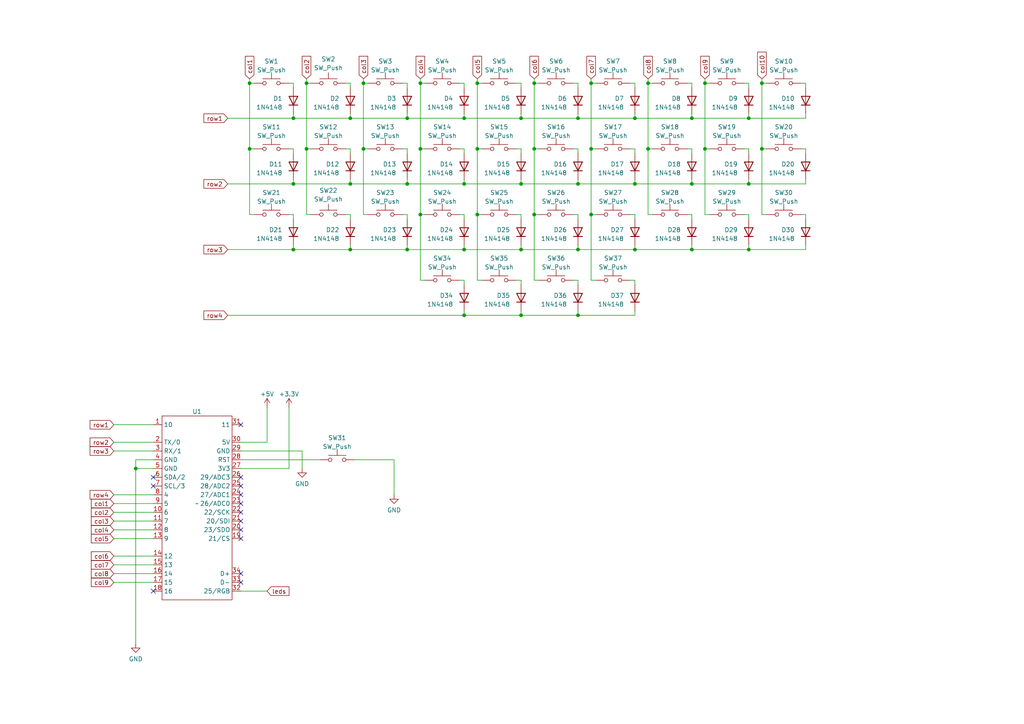
<source format=kicad_sch>
(kicad_sch (version 20230121) (generator eeschema)
  (paper "A4")
  (lib_symbols
    (symbol "Diode:1N4148" (pin_numbers hide) (pin_names hide)
      (property "Reference" "D" (at 0 2.54 0))
      (property "Value" "1N4148" (at 0 -2.54 0))
      (symbol "1N4148_0_1"
        (polyline (pts (xy -1.27 1.27) (xy -1.27 -1.27)) (stroke (width 0.254)))
        (polyline (pts (xy 1.27 0) (xy -1.27 0)))
        (polyline (pts (xy 1.27 1.27) (xy 1.27 -1.27) (xy -1.27 0) (xy 1.27 1.27)) (stroke (width 0.254)))
      )
      (symbol "1N4148_1_1"
        (pin passive line (at -3.81 0 0) (length 2.54) (name "K") (number "1"))
        (pin passive line (at 3.81 0 180) (length 2.54) (name "A") (number "2"))
      )
    )
    (symbol "Switch:SW_Push" (pin_numbers hide) (pin_names (offset 1.016) hide)
      (property "Reference" "SW" (at 1.27 2.54 0))
      (property "Value" "SW_Push" (at 0 -1.524 0))
      (symbol "SW_Push_0_1"
        (circle (center -2.032 0) (radius 0.508))
        (polyline (pts (xy 0 1.27) (xy 0 3.048)))
        (polyline (pts (xy 2.54 1.27) (xy -2.54 1.27)))
        (circle (center 2.032 0) (radius 0.508))
        (pin passive line (at -5.08 0 0) (length 2.54) (name "1") (number "1"))
        (pin passive line (at 5.08 0 180) (length 2.54) (name "2") (number "2"))
      )
    )
    (symbol "helios:helios"
      (property "Reference" "U" (at 0 27.94 0))
      (symbol "helios_0_1"
        (polyline (pts (xy -10.16 26.67) (xy -10.16 -26.67) (xy 10.16 -26.67) (xy 10.16 26.67) (xy -10.16 26.67)))
      )
      (symbol "helios_1_1"
        (pin bidirectional line (at -12.7 24.13 0) (length 2.54) (name "10") (number "1"))
        (pin bidirectional line (at -12.7 -1.27 0) (length 2.54) (name "6") (number "10"))
        (pin bidirectional line (at -12.7 -3.81 0) (length 2.54) (name "7") (number "11"))
        (pin bidirectional line (at -12.7 -6.35 0) (length 2.54) (name "8") (number "12"))
        (pin bidirectional line (at -12.7 -8.89 0) (length 2.54) (name "9") (number "13"))
        (pin bidirectional line (at -12.7 -13.97 0) (length 2.54) (name "12") (number "14"))
        (pin bidirectional line (at -12.7 -16.51 0) (length 2.54) (name "13") (number "15"))
        (pin bidirectional line (at -12.7 -19.05 0) (length 2.54) (name "14") (number "16"))
        (pin bidirectional line (at -12.7 -21.59 0) (length 2.54) (name "15") (number "17"))
        (pin bidirectional line (at -12.7 -24.13 0) (length 2.54) (name "16") (number "18"))
        (pin bidirectional line (at 12.7 -8.89 180) (length 2.54) (name "21/CS") (number "19"))
        (pin bidirectional line (at -12.7 19.05 0) (length 2.54) (name "TX/0") (number "2"))
        (pin bidirectional line (at 12.7 -6.35 180) (length 2.54) (name "23/SDO") (number "20"))
        (pin bidirectional line (at 12.7 -3.81 180) (length 2.54) (name "20/SDI") (number "21"))
        (pin bidirectional line (at 12.7 -1.27 180) (length 2.54) (name "22/SCK") (number "22"))
        (pin bidirectional line (at 12.7 1.27 180) (length 2.54) (name "26/ADC0") (number "23"))
        (pin bidirectional line (at 12.7 3.81 180) (length 2.54) (name "27/ADC1") (number "24"))
        (pin bidirectional line (at 12.7 6.35 180) (length 2.54) (name "28/ADC2") (number "25"))
        (pin bidirectional line (at 12.7 8.89 180) (length 2.54) (name "29/ADC3") (number "26"))
        (pin power_in line (at 12.7 11.43 180) (length 2.54) (name "3V3") (number "27"))
        (pin input line (at 12.7 13.97 180) (length 2.54) (name "RST") (number "28"))
        (pin power_in line (at 12.7 16.51 180) (length 2.54) (name "GND") (number "29"))
        (pin bidirectional line (at -12.7 16.51 0) (length 2.54) (name "RX/1") (number "3"))
        (pin power_in line (at 12.7 19.05 180) (length 2.54) (name "5V") (number "30"))
        (pin bidirectional line (at 12.7 24.13 180) (length 2.54) (name "11") (number "31"))
        (pin bidirectional line (at 12.7 -24.13 180) (length 2.54) (name "25/RGB") (number "32"))
        (pin power_in line (at 12.7 -21.59 180) (length 2.54) (name "D-") (number "33"))
        (pin power_in line (at 12.7 -19.05 180) (length 2.54) (name "D+") (number "34"))
        (pin power_in line (at -12.7 13.97 0) (length 2.54) (name "GND") (number "4"))
        (pin power_in line (at -12.7 11.43 0) (length 2.54) (name "GND") (number "5"))
        (pin bidirectional line (at -12.7 8.89 0) (length 2.54) (name "SDA/2") (number "6"))
        (pin bidirectional line (at -12.7 6.35 0) (length 2.54) (name "SCL/3") (number "7"))
        (pin bidirectional line (at -12.7 3.81 0) (length 2.54) (name "4") (number "8"))
        (pin bidirectional line (at -12.7 1.27 0) (length 2.54) (name "5") (number "9"))
      )
    )
    (symbol "power:+3.3V" (power) (pin_names (offset 0))
      (property "Value" "+3.3V" (at 0 3.556 0))
      (symbol "+3.3V_0_1"
        (polyline (pts (xy -0.762 1.27) (xy 0 2.54)))
        (polyline (pts (xy 0 0) (xy 0 2.54)))
        (polyline (pts (xy 0 2.54) (xy 0.762 1.27)))
      )
      (symbol "+3.3V_1_1"
        (pin power_in line (at 0 0 90) (length 0) hide (name "+3.3V") (number "1"))
      )
    )
    (symbol "power:+5V" (power) (pin_names (offset 0))
      (property "Value" "+5V" (at 0 3.556 0))
      (symbol "+5V_0_1"
        (polyline (pts (xy -0.762 1.27) (xy 0 2.54)))
        (polyline (pts (xy 0 0) (xy 0 2.54)))
        (polyline (pts (xy 0 2.54) (xy 0.762 1.27)))
      )
      (symbol "+5V_1_1"
        (pin power_in line (at 0 0 90) (length 0) hide (name "+5V") (number "1"))
      )
    )
    (symbol "power:GND" (power) (pin_names (offset 0))
      (property "Value" "GND" (at 0 -3.81 0))
      (symbol "GND_0_1"
        (polyline (pts (xy 0 0) (xy 0 -1.27) (xy 1.27 -1.27) (xy 0 -2.54) (xy -1.27 -1.27) (xy 0 -1.27)))
      )
      (symbol "GND_1_1"
        (pin power_in line (at 0 0 270) (length 0) hide (name "GND") (number "1"))
      )
    )
  )
  (junction (at 220.98 24.13))
  (junction (at 154.94 24.13))
  (junction (at 134.62 72.39))
  (junction (at 204.47 24.13))
  (junction (at 72.39 24.13))
  (junction (at 184.15 34.29))
  (junction (at 118.11 72.39))
  (junction (at 154.94 62.23))
  (junction (at 200.66 72.39))
  (junction (at 105.41 24.13))
  (junction (at 121.92 62.23))
  (junction (at 184.15 72.39))
  (junction (at 167.64 34.29))
  (junction (at 138.43 24.13))
  (junction (at 167.64 91.44))
  (junction (at 167.64 72.39))
  (junction (at 118.11 53.34))
  (junction (at 204.47 43.18))
  (junction (at 72.39 43.18))
  (junction (at 101.6 53.34))
  (junction (at 217.17 72.39))
  (junction (at 171.45 62.23))
  (junction (at 134.62 34.29))
  (junction (at 151.13 34.29))
  (junction (at 184.15 53.34))
  (junction (at 88.9 43.18))
  (junction (at 187.96 24.13))
  (junction (at 171.45 24.13))
  (junction (at 200.66 34.29))
  (junction (at 85.09 53.34))
  (junction (at 101.6 34.29))
  (junction (at 167.64 53.34))
  (junction (at 118.11 34.29))
  (junction (at 151.13 91.44))
  (junction (at 138.43 62.23))
  (junction (at 121.92 24.13))
  (junction (at 121.92 43.18))
  (junction (at 105.41 43.18))
  (junction (at 39.37 135.89))
  (junction (at 85.09 34.29))
  (junction (at 151.13 72.39))
  (junction (at 138.43 43.18))
  (junction (at 187.96 43.18))
  (junction (at 88.9 24.13))
  (junction (at 101.6 72.39))
  (junction (at 134.62 53.34))
  (junction (at 85.09 72.39))
  (junction (at 171.45 43.18))
  (junction (at 151.13 53.34))
  (junction (at 217.17 34.29))
  (junction (at 134.62 91.44))
  (junction (at 220.98 43.18))
  (junction (at 200.66 53.34))
  (junction (at 217.17 53.34))
  (junction (at 154.94 43.18))
  (no_connect (at 69.85 140.97))
  (no_connect (at 69.85 156.21))
  (no_connect (at 69.85 143.51))
  (no_connect (at 69.85 153.67))
  (no_connect (at 69.85 166.37))
  (no_connect (at 69.85 123.19))
  (no_connect (at 44.45 140.97))
  (no_connect (at 69.85 138.43))
  (no_connect (at 44.45 138.43))
  (no_connect (at 69.85 151.13))
  (no_connect (at 69.85 146.05))
  (no_connect (at 69.85 168.91))
  (no_connect (at 69.85 148.59))
  (no_connect (at 44.45 171.45))
  (wire (pts (xy 167.64 72.39) (xy 151.13 72.39)))
  (wire (pts (xy 200.66 24.13) (xy 200.66 25.4)))
  (wire (pts (xy 101.6 71.12) (xy 101.6 72.39)))
  (wire (pts (xy 134.62 52.07) (xy 134.62 53.34)))
  (wire (pts (xy 105.41 24.13) (xy 105.41 43.18)))
  (wire (pts (xy 33.02 151.13) (xy 44.45 151.13)))
  (wire (pts (xy 151.13 34.29) (xy 167.64 34.29)))
  (wire (pts (xy 154.94 43.18) (xy 156.21 43.18)))
  (wire (pts (xy 83.82 24.13) (xy 85.09 24.13)))
  (wire (pts (xy 33.02 130.81) (xy 44.45 130.81)))
  (wire (pts (xy 189.23 62.23) (xy 187.96 62.23)))
  (wire (pts (xy 134.62 71.12) (xy 134.62 72.39)))
  (wire (pts (xy 73.66 43.18) (xy 72.39 43.18)))
  (wire (pts (xy 33.02 163.83) (xy 44.45 163.83)))
  (wire (pts (xy 72.39 43.18) (xy 72.39 62.23)))
  (wire (pts (xy 232.41 62.23) (xy 233.68 62.23)))
  (wire (pts (xy 149.86 43.18) (xy 151.13 43.18)))
  (wire (pts (xy 233.68 24.13) (xy 233.68 25.4)))
  (wire (pts (xy 85.09 53.34) (xy 85.09 52.07)))
  (wire (pts (xy 101.6 53.34) (xy 85.09 53.34)))
  (wire (pts (xy 217.17 52.07) (xy 217.17 53.34)))
  (wire (pts (xy 171.45 62.23) (xy 172.72 62.23)))
  (wire (pts (xy 100.33 24.13) (xy 101.6 24.13)))
  (wire (pts (xy 200.66 62.23) (xy 200.66 63.5)))
  (wire (pts (xy 154.94 24.13) (xy 156.21 24.13)))
  (wire (pts (xy 85.09 62.23) (xy 85.09 63.5)))
  (wire (pts (xy 118.11 43.18) (xy 118.11 44.45)))
  (wire (pts (xy 118.11 34.29) (xy 134.62 34.29)))
  (wire (pts (xy 187.96 22.86) (xy 187.96 24.13)))
  (wire (pts (xy 105.41 43.18) (xy 105.41 62.23)))
  (wire (pts (xy 184.15 34.29) (xy 184.15 33.02)))
  (wire (pts (xy 154.94 62.23) (xy 154.94 43.18)))
  (wire (pts (xy 199.39 62.23) (xy 200.66 62.23)))
  (wire (pts (xy 187.96 62.23) (xy 187.96 43.18)))
  (wire (pts (xy 101.6 34.29) (xy 118.11 34.29)))
  (wire (pts (xy 101.6 43.18) (xy 101.6 44.45)))
  (wire (pts (xy 101.6 34.29) (xy 101.6 33.02)))
  (wire (pts (xy 138.43 81.28) (xy 138.43 62.23)))
  (wire (pts (xy 167.64 62.23) (xy 167.64 63.5)))
  (wire (pts (xy 200.66 53.34) (xy 217.17 53.34)))
  (wire (pts (xy 187.96 24.13) (xy 189.23 24.13)))
  (wire (pts (xy 66.04 34.29) (xy 85.09 34.29)))
  (wire (pts (xy 33.02 143.51) (xy 44.45 143.51)))
  (wire (pts (xy 134.62 43.18) (xy 134.62 44.45)))
  (wire (pts (xy 233.68 72.39) (xy 217.17 72.39)))
  (wire (pts (xy 118.11 71.12) (xy 118.11 72.39)))
  (wire (pts (xy 220.98 43.18) (xy 222.25 43.18)))
  (wire (pts (xy 167.64 72.39) (xy 184.15 72.39)))
  (wire (pts (xy 154.94 81.28) (xy 154.94 62.23)))
  (wire (pts (xy 88.9 22.86) (xy 88.9 24.13)))
  (wire (pts (xy 184.15 24.13) (xy 184.15 25.4)))
  (wire (pts (xy 66.04 91.44) (xy 134.62 91.44)))
  (wire (pts (xy 217.17 71.12) (xy 217.17 72.39)))
  (wire (pts (xy 121.92 62.23) (xy 121.92 81.28)))
  (wire (pts (xy 101.6 24.13) (xy 101.6 25.4)))
  (wire (pts (xy 184.15 72.39) (xy 200.66 72.39)))
  (wire (pts (xy 233.68 43.18) (xy 233.68 44.45)))
  (wire (pts (xy 151.13 52.07) (xy 151.13 53.34)))
  (wire (pts (xy 200.66 43.18) (xy 200.66 44.45)))
  (wire (pts (xy 167.64 34.29) (xy 184.15 34.29)))
  (wire (pts (xy 151.13 71.12) (xy 151.13 72.39)))
  (wire (pts (xy 184.15 52.07) (xy 184.15 53.34)))
  (wire (pts (xy 138.43 43.18) (xy 139.7 43.18)))
  (wire (pts (xy 33.02 123.19) (xy 44.45 123.19)))
  (wire (pts (xy 138.43 22.86) (xy 138.43 24.13)))
  (wire (pts (xy 69.85 133.35) (xy 92.71 133.35)))
  (wire (pts (xy 33.02 168.91) (xy 44.45 168.91)))
  (wire (pts (xy 167.64 71.12) (xy 167.64 72.39)))
  (wire (pts (xy 88.9 24.13) (xy 90.17 24.13)))
  (wire (pts (xy 217.17 34.29) (xy 233.68 34.29)))
  (wire (pts (xy 90.17 43.18) (xy 88.9 43.18)))
  (wire (pts (xy 167.64 24.13) (xy 167.64 25.4)))
  (wire (pts (xy 220.98 24.13) (xy 222.25 24.13)))
  (wire (pts (xy 233.68 62.23) (xy 233.68 63.5)))
  (wire (pts (xy 187.96 43.18) (xy 187.96 24.13)))
  (wire (pts (xy 33.02 128.27) (xy 44.45 128.27)))
  (wire (pts (xy 149.86 62.23) (xy 151.13 62.23)))
  (wire (pts (xy 85.09 43.18) (xy 85.09 44.45)))
  (wire (pts (xy 184.15 91.44) (xy 167.64 91.44)))
  (wire (pts (xy 184.15 53.34) (xy 167.64 53.34)))
  (wire (pts (xy 134.62 24.13) (xy 134.62 25.4)))
  (wire (pts (xy 116.84 43.18) (xy 118.11 43.18)))
  (wire (pts (xy 151.13 90.17) (xy 151.13 91.44)))
  (wire (pts (xy 166.37 24.13) (xy 167.64 24.13)))
  (wire (pts (xy 184.15 43.18) (xy 184.15 44.45)))
  (wire (pts (xy 138.43 62.23) (xy 138.43 43.18)))
  (wire (pts (xy 134.62 34.29) (xy 151.13 34.29)))
  (wire (pts (xy 215.9 43.18) (xy 217.17 43.18)))
  (wire (pts (xy 232.41 43.18) (xy 233.68 43.18)))
  (wire (pts (xy 39.37 135.89) (xy 39.37 186.69)))
  (wire (pts (xy 100.33 62.23) (xy 101.6 62.23)))
  (wire (pts (xy 217.17 24.13) (xy 217.17 25.4)))
  (wire (pts (xy 116.84 24.13) (xy 118.11 24.13)))
  (wire (pts (xy 100.33 43.18) (xy 101.6 43.18)))
  (wire (pts (xy 123.19 62.23) (xy 121.92 62.23)))
  (wire (pts (xy 134.62 72.39) (xy 118.11 72.39)))
  (wire (pts (xy 182.88 43.18) (xy 184.15 43.18)))
  (wire (pts (xy 69.85 130.81) (xy 87.63 130.81)))
  (wire (pts (xy 151.13 43.18) (xy 151.13 44.45)))
  (wire (pts (xy 200.66 34.29) (xy 217.17 34.29)))
  (wire (pts (xy 217.17 43.18) (xy 217.17 44.45)))
  (wire (pts (xy 39.37 133.35) (xy 39.37 135.89)))
  (wire (pts (xy 101.6 62.23) (xy 101.6 63.5)))
  (wire (pts (xy 114.3 133.35) (xy 114.3 143.51)))
  (wire (pts (xy 167.64 52.07) (xy 167.64 53.34)))
  (wire (pts (xy 204.47 62.23) (xy 204.47 43.18)))
  (wire (pts (xy 184.15 90.17) (xy 184.15 91.44)))
  (wire (pts (xy 151.13 81.28) (xy 151.13 82.55)))
  (wire (pts (xy 72.39 22.86) (xy 72.39 24.13)))
  (wire (pts (xy 88.9 43.18) (xy 88.9 62.23)))
  (wire (pts (xy 217.17 34.29) (xy 217.17 33.02)))
  (wire (pts (xy 233.68 34.29) (xy 233.68 33.02)))
  (wire (pts (xy 166.37 81.28) (xy 167.64 81.28)))
  (wire (pts (xy 73.66 62.23) (xy 72.39 62.23)))
  (wire (pts (xy 200.66 34.29) (xy 200.66 33.02)))
  (wire (pts (xy 233.68 52.07) (xy 233.68 53.34)))
  (wire (pts (xy 121.92 43.18) (xy 121.92 62.23)))
  (wire (pts (xy 33.02 146.05) (xy 44.45 146.05)))
  (wire (pts (xy 69.85 135.89) (xy 83.82 135.89)))
  (wire (pts (xy 134.62 34.29) (xy 134.62 33.02)))
  (wire (pts (xy 184.15 71.12) (xy 184.15 72.39)))
  (wire (pts (xy 138.43 62.23) (xy 139.7 62.23)))
  (wire (pts (xy 156.21 81.28) (xy 154.94 81.28)))
  (wire (pts (xy 172.72 81.28) (xy 171.45 81.28)))
  (wire (pts (xy 184.15 81.28) (xy 184.15 82.55)))
  (wire (pts (xy 166.37 62.23) (xy 167.64 62.23)))
  (wire (pts (xy 199.39 24.13) (xy 200.66 24.13)))
  (wire (pts (xy 85.09 24.13) (xy 85.09 25.4)))
  (wire (pts (xy 121.92 24.13) (xy 123.19 24.13)))
  (wire (pts (xy 151.13 24.13) (xy 151.13 25.4)))
  (wire (pts (xy 33.02 166.37) (xy 44.45 166.37)))
  (wire (pts (xy 217.17 53.34) (xy 233.68 53.34)))
  (wire (pts (xy 199.39 43.18) (xy 200.66 43.18)))
  (wire (pts (xy 83.82 43.18) (xy 85.09 43.18)))
  (wire (pts (xy 167.64 91.44) (xy 151.13 91.44)))
  (wire (pts (xy 66.04 72.39) (xy 85.09 72.39)))
  (wire (pts (xy 134.62 62.23) (xy 134.62 63.5)))
  (wire (pts (xy 118.11 72.39) (xy 101.6 72.39)))
  (wire (pts (xy 101.6 72.39) (xy 85.09 72.39)))
  (wire (pts (xy 138.43 43.18) (xy 138.43 24.13)))
  (wire (pts (xy 72.39 24.13) (xy 72.39 43.18)))
  (wire (pts (xy 167.64 81.28) (xy 167.64 82.55)))
  (wire (pts (xy 167.64 34.29) (xy 167.64 33.02)))
  (wire (pts (xy 121.92 43.18) (xy 121.92 24.13)))
  (wire (pts (xy 116.84 62.23) (xy 118.11 62.23)))
  (wire (pts (xy 133.35 24.13) (xy 134.62 24.13)))
  (wire (pts (xy 66.04 53.34) (xy 85.09 53.34)))
  (wire (pts (xy 33.02 148.59) (xy 44.45 148.59)))
  (wire (pts (xy 184.15 53.34) (xy 200.66 53.34)))
  (wire (pts (xy 106.68 24.13) (xy 105.41 24.13)))
  (wire (pts (xy 154.94 43.18) (xy 154.94 24.13)))
  (wire (pts (xy 118.11 53.34) (xy 101.6 53.34)))
  (wire (pts (xy 151.13 62.23) (xy 151.13 63.5)))
  (wire (pts (xy 222.25 62.23) (xy 220.98 62.23)))
  (wire (pts (xy 44.45 133.35) (xy 39.37 133.35)))
  (wire (pts (xy 123.19 43.18) (xy 121.92 43.18)))
  (wire (pts (xy 39.37 135.89) (xy 44.45 135.89)))
  (wire (pts (xy 118.11 52.07) (xy 118.11 53.34)))
  (wire (pts (xy 171.45 43.18) (xy 171.45 24.13)))
  (wire (pts (xy 134.62 53.34) (xy 151.13 53.34)))
  (wire (pts (xy 200.66 72.39) (xy 217.17 72.39)))
  (wire (pts (xy 151.13 91.44) (xy 134.62 91.44)))
  (wire (pts (xy 217.17 62.23) (xy 217.17 63.5)))
  (wire (pts (xy 85.09 34.29) (xy 85.09 33.02)))
  (wire (pts (xy 167.64 43.18) (xy 167.64 44.45)))
  (wire (pts (xy 33.02 153.67) (xy 44.45 153.67)))
  (wire (pts (xy 182.88 81.28) (xy 184.15 81.28)))
  (wire (pts (xy 171.45 22.86) (xy 171.45 24.13)))
  (wire (pts (xy 220.98 43.18) (xy 220.98 24.13)))
  (wire (pts (xy 215.9 24.13) (xy 217.17 24.13)))
  (wire (pts (xy 102.87 133.35) (xy 114.3 133.35)))
  (wire (pts (xy 123.19 81.28) (xy 121.92 81.28)))
  (wire (pts (xy 204.47 24.13) (xy 205.74 24.13)))
  (wire (pts (xy 167.64 90.17) (xy 167.64 91.44)))
  (wire (pts (xy 33.02 156.21) (xy 44.45 156.21)))
  (wire (pts (xy 151.13 72.39) (xy 134.62 72.39)))
  (wire (pts (xy 204.47 43.18) (xy 204.47 24.13)))
  (wire (pts (xy 72.39 24.13) (xy 73.66 24.13)))
  (wire (pts (xy 134.62 91.44) (xy 134.62 90.17)))
  (wire (pts (xy 88.9 43.18) (xy 88.9 24.13)))
  (wire (pts (xy 182.88 24.13) (xy 184.15 24.13)))
  (wire (pts (xy 118.11 62.23) (xy 118.11 63.5)))
  (wire (pts (xy 105.41 22.86) (xy 105.41 24.13)))
  (wire (pts (xy 171.45 81.28) (xy 171.45 62.23)))
  (wire (pts (xy 215.9 62.23) (xy 217.17 62.23)))
  (wire (pts (xy 87.63 130.81) (xy 87.63 135.89)))
  (wire (pts (xy 184.15 62.23) (xy 184.15 63.5)))
  (wire (pts (xy 85.09 34.29) (xy 101.6 34.29)))
  (wire (pts (xy 232.41 24.13) (xy 233.68 24.13)))
  (wire (pts (xy 33.02 161.29) (xy 44.45 161.29)))
  (wire (pts (xy 121.92 22.86) (xy 121.92 24.13)))
  (wire (pts (xy 154.94 62.23) (xy 156.21 62.23)))
  (wire (pts (xy 187.96 43.18) (xy 189.23 43.18)))
  (wire (pts (xy 118.11 24.13) (xy 118.11 25.4)))
  (wire (pts (xy 77.47 118.11) (xy 77.47 128.27)))
  (wire (pts (xy 106.68 62.23) (xy 105.41 62.23)))
  (wire (pts (xy 166.37 43.18) (xy 167.64 43.18)))
  (wire (pts (xy 101.6 52.07) (xy 101.6 53.34)))
  (wire (pts (xy 69.85 171.45) (xy 77.47 171.45)))
  (wire (pts (xy 205.74 62.23) (xy 204.47 62.23)))
  (wire (pts (xy 134.62 81.28) (xy 134.62 82.55)))
  (wire (pts (xy 133.35 43.18) (xy 134.62 43.18)))
  (wire (pts (xy 154.94 22.86) (xy 154.94 24.13)))
  (wire (pts (xy 85.09 72.39) (xy 85.09 71.12)))
  (wire (pts (xy 149.86 24.13) (xy 151.13 24.13)))
  (wire (pts (xy 149.86 81.28) (xy 151.13 81.28)))
  (wire (pts (xy 83.82 135.89) (xy 83.82 118.11)))
  (wire (pts (xy 220.98 62.23) (xy 220.98 43.18)))
  (wire (pts (xy 138.43 24.13) (xy 139.7 24.13)))
  (wire (pts (xy 118.11 34.29) (xy 118.11 33.02)))
  (wire (pts (xy 171.45 43.18) (xy 172.72 43.18)))
  (wire (pts (xy 69.85 128.27) (xy 77.47 128.27)))
  (wire (pts (xy 171.45 24.13) (xy 172.72 24.13)))
  (wire (pts (xy 171.45 62.23) (xy 171.45 43.18)))
  (wire (pts (xy 182.88 62.23) (xy 184.15 62.23)))
  (wire (pts (xy 204.47 43.18) (xy 205.74 43.18)))
  (wire (pts (xy 184.15 34.29) (xy 200.66 34.29)))
  (wire (pts (xy 220.98 22.86) (xy 220.98 24.13)))
  (wire (pts (xy 133.35 81.28) (xy 134.62 81.28)))
  (wire (pts (xy 105.41 43.18) (xy 106.68 43.18)))
  (wire (pts (xy 204.47 22.86) (xy 204.47 24.13)))
  (wire (pts (xy 151.13 34.29) (xy 151.13 33.02)))
  (wire (pts (xy 139.7 81.28) (xy 138.43 81.28)))
  (wire (pts (xy 233.68 71.12) (xy 233.68 72.39)))
  (wire (pts (xy 83.82 62.23) (xy 85.09 62.23)))
  (wire (pts (xy 200.66 71.12) (xy 200.66 72.39)))
  (wire (pts (xy 200.66 52.07) (xy 200.66 53.34)))
  (wire (pts (xy 90.17 62.23) (xy 88.9 62.23)))
  (wire (pts (xy 133.35 62.23) (xy 134.62 62.23)))
  (wire (pts (xy 167.64 53.34) (xy 151.13 53.34)))
  (wire (pts (xy 134.62 53.34) (xy 118.11 53.34)))
  (global_label "col1" (shape input) (at 33.02 146.05 180) (property "Intersheetrefs" "${INTERSHEET_REFS}" (effects hide)))
  (global_label "row1" (shape input) (at 33.02 123.19 180) (property "Intersheetrefs" "${INTERSHEET_REFS}" (effects hide)))
  (global_label "row2" (shape input) (at 33.02 128.27 180) (property "Intersheetrefs" "${INTERSHEET_REFS}" (effects hide)))
  (global_label "col9" (shape input) (at 204.47 22.86 90) (property "Intersheetrefs" "${INTERSHEET_REFS}" (effects hide)))
  (global_label "row2" (shape input) (at 66.04 53.34 180) (property "Intersheetrefs" "${INTERSHEET_REFS}" (effects hide)))
  (global_label "col8" (shape input) (at 33.02 166.37 180) (property "Intersheetrefs" "${INTERSHEET_REFS}" (effects hide)))
  (global_label "col7" (shape input) (at 171.45 22.86 90) (property "Intersheetrefs" "${INTERSHEET_REFS}" (effects hide)))
  (global_label "row3" (shape input) (at 33.02 130.81 180) (property "Intersheetrefs" "${INTERSHEET_REFS}" (effects hide)))
  (global_label "col6" (shape input) (at 33.02 161.29 180) (property "Intersheetrefs" "${INTERSHEET_REFS}" (effects hide)))
  (global_label "row4" (shape input) (at 33.02 143.51 180) (property "Intersheetrefs" "${INTERSHEET_REFS}" (effects hide)))
  (global_label "row4" (shape input) (at 66.04 91.44 180) (property "Intersheetrefs" "${INTERSHEET_REFS}" (effects hide)))
  (global_label "col3" (shape input) (at 33.02 151.13 180) (property "Intersheetrefs" "${INTERSHEET_REFS}" (effects hide)))
  (global_label "col8" (shape input) (at 187.96 22.86 90) (property "Intersheetrefs" "${INTERSHEET_REFS}" (effects hide)))
  (global_label "leds" (shape input) (at 77.47 171.45 0) (property "Intersheetrefs" "${INTERSHEET_REFS}" (effects hide)))
  (global_label "col1" (shape input) (at 72.39 22.86 90) (property "Intersheetrefs" "${INTERSHEET_REFS}" (effects hide)))
  (global_label "col10" (shape input) (at 220.98 22.86 90) (property "Intersheetrefs" "${INTERSHEET_REFS}" (effects hide)))
  (global_label "col6" (shape input) (at 154.94 22.86 90) (property "Intersheetrefs" "${INTERSHEET_REFS}" (effects hide)))
  (global_label "col3" (shape input) (at 105.41 22.86 90) (property "Intersheetrefs" "${INTERSHEET_REFS}" (effects hide)))
  (global_label "col4" (shape input) (at 33.02 153.67 180) (property "Intersheetrefs" "${INTERSHEET_REFS}" (effects hide)))
  (global_label "row1" (shape input) (at 66.04 34.29 180) (property "Intersheetrefs" "${INTERSHEET_REFS}" (effects hide)))
  (global_label "col7" (shape input) (at 33.02 163.83 180) (property "Intersheetrefs" "${INTERSHEET_REFS}" (effects hide)))
  (global_label "col4" (shape input) (at 121.92 22.86 90) (property "Intersheetrefs" "${INTERSHEET_REFS}" (effects hide)))
  (global_label "col2" (shape input) (at 33.02 148.59 180) (property "Intersheetrefs" "${INTERSHEET_REFS}" (effects hide)))
  (global_label "col2" (shape input) (at 88.9 22.86 90) (property "Intersheetrefs" "${INTERSHEET_REFS}" (effects hide)))
  (global_label "col5" (shape input) (at 138.43 22.86 90) (property "Intersheetrefs" "${INTERSHEET_REFS}" (effects hide)))
  (global_label "row3" (shape input) (at 66.04 72.39 180) (property "Intersheetrefs" "${INTERSHEET_REFS}" (effects hide)))
  (global_label "col5" (shape input) (at 33.02 156.21 180) (property "Intersheetrefs" "${INTERSHEET_REFS}" (effects hide)))
  (global_label "col9" (shape input) (at 33.02 168.91 180) (property "Intersheetrefs" "${INTERSHEET_REFS}" (effects hide)))
  (symbol (lib_id "Switch:SW_Push") (at 210.82 24.13 0) (unit 1)
    (property "Reference" "SW9" (at 210.82 17.78 0))
    (property "Value" "SW_Push" (at 210.82 20.32 0))
    (instances (project "steeb3" (path "" (reference "SW9") (unit 1)) (path "" (reference "SW29") (unit 1))))
  )
  (symbol (lib_id "Diode:1N4148") (at 200.66 48.26 270) (mirror x) (unit 1)
    (property "Reference" "D18" (at 197.485 47.625 90) (effects (justify right)))
    (property "Value" "1N4148" (at 197.485 50.165 90) (effects (justify right)))
    (property "Footprint" "Diode_THT:D_DO-35_SOD27_P7.62mm_Horizontal" (effects hide))
    (property "Datasheet" "https://assets.nexperia.com/documents/data-sheet/1N4148_1N4448.pdf" (effects hide))
    (property "Sim.Device" "D" (effects hide))
    (property "Sim.Pins" "1=K 2=A" (effects hide))
    (instances (project "steeb3" (path "" (reference "D18") (unit 1)) (path "" (reference "D27") (unit 1))))
  )
  (symbol (lib_id "Switch:SW_Push") (at 111.76 62.23 0) (unit 1)
    (property "Reference" "SW23" (at 111.76 55.88 0))
    (property "Value" "SW_Push" (at 111.76 58.42 0))
    (instances (project "steeb3" (path "" (reference "SW23") (unit 1)) (path "" (reference "SW9") (unit 1))))
  )
  (symbol (lib_id "Switch:SW_Push") (at 128.27 62.23 0) (unit 1)
    (property "Reference" "SW24" (at 128.27 55.88 0))
    (property "Value" "SW_Push" (at 128.27 58.42 0))
    (instances (project "steeb3" (path "" (reference "SW24") (unit 1)) (path "" (reference "SW12") (unit 1))))
  )
  (symbol (lib_id "Diode:1N4148") (at 101.6 29.21 270) (mirror x) (unit 1)
    (property "Reference" "D2" (at 98.425 28.575 90) (effects (justify right)))
    (property "Value" "1N4148" (at 98.425 31.115 90) (effects (justify right)))
    (property "Footprint" "Diode_THT:D_DO-35_SOD27_P7.62mm_Horizontal" (effects hide))
    (property "Datasheet" "https://assets.nexperia.com/documents/data-sheet/1N4148_1N4448.pdf" (effects hide))
    (property "Sim.Device" "D" (effects hide))
    (property "Sim.Pins" "1=K 2=A" (effects hide))
    (instances (project "steeb3" (path "" (reference "D2") (unit 1)) (path "" (reference "D4") (unit 1))))
  )
  (symbol (lib_id "power:+5V") (at 77.47 118.11 0) (unit 1)
    (property "Reference" "#PWR03" (effects hide))
    (property "Value" "+5V" (at 77.47 114.3 0))
    (instances (project "steeb3" (path "" (reference "#PWR03") (unit 1)) (path "" (reference "#PWR02") (unit 1))))
  )
  (symbol (lib_id "Diode:1N4148") (at 151.13 86.36 270) (mirror x) (unit 1)
    (property "Reference" "D35" (at 147.955 85.725 90) (effects (justify right)))
    (property "Value" "1N4148" (at 147.955 88.265 90) (effects (justify right)))
    (property "Footprint" "Diode_THT:D_DO-35_SOD27_P7.62mm_Horizontal" (effects hide))
    (property "Datasheet" "https://assets.nexperia.com/documents/data-sheet/1N4148_1N4448.pdf" (effects hide))
    (property "Sim.Device" "D" (effects hide))
    (property "Sim.Pins" "1=K 2=A" (effects hide))
    (instances (project "steeb3" (path "" (reference "D35") (unit 1)) (path "" (reference "D17") (unit 1))))
  )
  (symbol (lib_id "Diode:1N4148") (at 151.13 29.21 270) (mirror x) (unit 1)
    (property "Reference" "D5" (at 147.955 28.575 90) (effects (justify right)))
    (property "Value" "1N4148" (at 147.955 31.115 90) (effects (justify right)))
    (property "Footprint" "Diode_THT:D_DO-35_SOD27_P7.62mm_Horizontal" (effects hide))
    (property "Datasheet" "https://assets.nexperia.com/documents/data-sheet/1N4148_1N4448.pdf" (effects hide))
    (property "Sim.Device" "D" (effects hide))
    (property "Sim.Pins" "1=K 2=A" (effects hide))
    (instances (project "steeb3" (path "" (reference "D5") (unit 1)) (path "" (reference "D14") (unit 1))))
  )
  (symbol (lib_id "Switch:SW_Push") (at 177.8 81.28 0) (unit 1)
    (property "Reference" "SW37" (at 177.8 74.93 0))
    (property "Value" "SW_Push" (at 177.8 77.47 0))
    (instances (project "steeb3" (path "" (reference "SW37") (unit 1)) (path "" (reference "SW25") (unit 1))))
  )
  (symbol (lib_id "Diode:1N4148") (at 167.64 48.26 270) (mirror x) (unit 1)
    (property "Reference" "D16" (at 164.465 47.625 90) (effects (justify right)))
    (property "Value" "1N4148" (at 164.465 50.165 90) (effects (justify right)))
    (property "Footprint" "Diode_THT:D_DO-35_SOD27_P7.62mm_Horizontal" (effects hide))
    (property "Datasheet" "https://assets.nexperia.com/documents/data-sheet/1N4148_1N4448.pdf" (effects hide))
    (property "Sim.Device" "D" (effects hide))
    (property "Sim.Pins" "1=K 2=A" (effects hide))
    (instances (project "steeb3" (path "" (reference "D16") (unit 1)) (path "" (reference "D19") (unit 1))))
  )
  (symbol (lib_id "Diode:1N4148") (at 85.09 29.21 270) (mirror x) (unit 1)
    (property "Reference" "D1" (at 81.915 28.575 90) (effects (justify right)))
    (property "Value" "1N4148" (at 81.915 31.115 90) (effects (justify right)))
    (property "Footprint" "Diode_THT:D_DO-35_SOD27_P7.62mm_Horizontal" (effects hide))
    (property "Datasheet" "https://assets.nexperia.com/documents/data-sheet/1N4148_1N4448.pdf" (effects hide))
    (property "Sim.Device" "D" (effects hide))
    (property "Sim.Pins" "1=K 2=A" (effects hide))
  )
  (symbol (lib_id "helios:helios") (at 57.15 147.32 0) (unit 1)
    (property "Reference" "U1" (at 57.15 119.38 0))
    (property "Value" "~" (at 57.15 146.05 0))
  )
  (symbol (lib_id "Switch:SW_Push") (at 78.74 62.23 0) (unit 1)
    (property "Reference" "SW21" (at 78.74 55.88 0))
    (property "Value" "SW_Push" (at 78.74 58.42 0))
    (instances (project "steeb3" (path "" (reference "SW21") (unit 1)) (path "" (reference "SW3") (unit 1))))
  )
  (symbol (lib_id "Switch:SW_Push") (at 161.29 43.18 0) (unit 1)
    (property "Reference" "SW16" (at 161.29 36.83 0))
    (property "Value" "SW_Push" (at 161.29 39.37 0))
    (instances (project "steeb3" (path "" (reference "SW16") (unit 1)) (path "" (reference "SW19") (unit 1))))
  )
  (symbol (lib_id "Diode:1N4148") (at 118.11 67.31 270) (mirror x) (unit 1)
    (property "Reference" "D23" (at 114.935 66.675 90) (effects (justify right)))
    (property "Value" "1N4148" (at 114.935 69.215 90) (effects (justify right)))
    (property "Footprint" "Diode_THT:D_DO-35_SOD27_P7.62mm_Horizontal" (effects hide))
    (property "Datasheet" "https://assets.nexperia.com/documents/data-sheet/1N4148_1N4448.pdf" (effects hide))
    (property "Sim.Device" "D" (effects hide))
    (property "Sim.Pins" "1=K 2=A" (effects hide))
    (instances (project "steeb3" (path "" (reference "D23") (unit 1)) (path "" (reference "D9") (unit 1))))
  )
  (symbol (lib_id "Diode:1N4148") (at 134.62 67.31 270) (mirror x) (unit 1)
    (property "Reference" "D24" (at 131.445 66.675 90) (effects (justify right)))
    (property "Value" "1N4148" (at 131.445 69.215 90) (effects (justify right)))
    (property "Footprint" "Diode_THT:D_DO-35_SOD27_P7.62mm_Horizontal" (effects hide))
    (property "Datasheet" "https://assets.nexperia.com/documents/data-sheet/1N4148_1N4448.pdf" (effects hide))
    (property "Sim.Device" "D" (effects hide))
    (property "Sim.Pins" "1=K 2=A" (effects hide))
    (instances (project "steeb3" (path "" (reference "D24") (unit 1)) (path "" (reference "D12") (unit 1))))
  )
  (symbol (lib_id "Diode:1N4148") (at 200.66 67.31 270) (mirror x) (unit 1)
    (property "Reference" "D28" (at 197.485 66.675 90) (effects (justify right)))
    (property "Value" "1N4148" (at 197.485 69.215 90) (effects (justify right)))
    (property "Footprint" "Diode_THT:D_DO-35_SOD27_P7.62mm_Horizontal" (effects hide))
    (property "Datasheet" "https://assets.nexperia.com/documents/data-sheet/1N4148_1N4448.pdf" (effects hide))
    (property "Sim.Device" "D" (effects hide))
    (property "Sim.Pins" "1=K 2=A" (effects hide))
  )
  (symbol (lib_id "Switch:SW_Push") (at 144.78 43.18 0) (unit 1)
    (property "Reference" "SW15" (at 144.78 36.83 0))
    (property "Value" "SW_Push" (at 144.78 39.37 0))
  )
  (symbol (lib_id "Switch:SW_Push") (at 227.33 43.18 0) (unit 1)
    (property "Reference" "SW20" (at 227.33 36.83 0))
    (property "Value" "SW_Push" (at 227.33 39.37 0))
    (instances (project "steeb3" (path "" (reference "SW20") (unit 1)) (path "" (reference "SW34") (unit 1))))
  )
  (symbol (lib_id "Switch:SW_Push") (at 111.76 24.13 0) (unit 1)
    (property "Reference" "SW3" (at 111.76 17.78 0))
    (property "Value" "SW_Push" (at 111.76 20.32 0))
    (instances (project "steeb3" (path "" (reference "SW3") (unit 1)) (path "" (reference "SW7") (unit 1))))
  )
  (symbol (lib_id "Diode:1N4148") (at 233.68 67.31 270) (mirror x) (unit 1)
    (property "Reference" "D30" (at 230.505 66.675 90) (effects (justify right)))
    (property "Value" "1N4148" (at 230.505 69.215 90) (effects (justify right)))
    (property "Footprint" "Diode_THT:D_DO-35_SOD27_P7.62mm_Horizontal" (effects hide))
    (property "Datasheet" "https://assets.nexperia.com/documents/data-sheet/1N4148_1N4448.pdf" (effects hide))
    (property "Sim.Device" "D" (effects hide))
    (property "Sim.Pins" "1=K 2=A" (effects hide))
    (instances (project "steeb3" (path "" (reference "D30") (unit 1)) (path "" (reference "D34") (unit 1))))
  )
  (symbol (lib_id "Diode:1N4148") (at 184.15 48.26 270) (mirror x) (unit 1)
    (property "Reference" "D17" (at 180.975 47.625 90) (effects (justify right)))
    (property "Value" "1N4148" (at 180.975 50.165 90) (effects (justify right)))
    (property "Footprint" "Diode_THT:D_DO-35_SOD27_P7.62mm_Horizontal" (effects hide))
    (property "Datasheet" "https://assets.nexperia.com/documents/data-sheet/1N4148_1N4448.pdf" (effects hide))
    (property "Sim.Device" "D" (effects hide))
    (property "Sim.Pins" "1=K 2=A" (effects hide))
    (instances (project "steeb3" (path "" (reference "D17") (unit 1)) (path "" (reference "D23") (unit 1))))
  )
  (symbol (lib_id "Diode:1N4148") (at 85.09 48.26 270) (mirror x) (unit 1)
    (property "Reference" "D11" (at 81.915 47.625 90) (effects (justify right)))
    (property "Value" "1N4148" (at 81.915 50.165 90) (effects (justify right)))
    (property "Footprint" "Diode_THT:D_DO-35_SOD27_P7.62mm_Horizontal" (effects hide))
    (property "Datasheet" "https://assets.nexperia.com/documents/data-sheet/1N4148_1N4448.pdf" (effects hide))
    (property "Sim.Device" "D" (effects hide))
    (property "Sim.Pins" "1=K 2=A" (effects hide))
    (instances (project "steeb3" (path "" (reference "D11") (unit 1)) (path "" (reference "D2") (unit 1))))
  )
  (symbol (lib_id "Diode:1N4148") (at 217.17 29.21 270) (mirror x) (unit 1)
    (property "Reference" "D9" (at 213.995 28.575 90) (effects (justify right)))
    (property "Value" "1N4148" (at 213.995 31.115 90) (effects (justify right)))
    (property "Footprint" "Diode_THT:D_DO-35_SOD27_P7.62mm_Horizontal" (effects hide))
    (property "Datasheet" "https://assets.nexperia.com/documents/data-sheet/1N4148_1N4448.pdf" (effects hide))
    (property "Sim.Device" "D" (effects hide))
    (property "Sim.Pins" "1=K 2=A" (effects hide))
    (instances (project "steeb3" (path "" (reference "D9") (unit 1)) (path "" (reference "D29") (unit 1))))
  )
  (symbol (lib_id "Switch:SW_Push") (at 194.31 24.13 0) (unit 1)
    (property "Reference" "SW8" (at 194.31 17.78 0))
    (property "Value" "SW_Push" (at 194.31 20.32 0))
    (instances (project "steeb3" (path "" (reference "SW8") (unit 1)) (path "" (reference "SW26") (unit 1))))
  )
  (symbol (lib_id "Switch:SW_Push") (at 95.25 43.18 0) (unit 1)
    (property "Reference" "SW12" (at 95.25 36.83 0))
    (property "Value" "SW_Push" (at 95.25 39.37 0))
    (instances (project "steeb3" (path "" (reference "SW12") (unit 1)) (path "" (reference "SW5") (unit 1))))
  )
  (symbol (lib_id "Switch:SW_Push") (at 177.8 43.18 0) (unit 1)
    (property "Reference" "SW17" (at 177.8 36.83 0))
    (property "Value" "SW_Push" (at 177.8 39.37 0))
    (instances (project "steeb3" (path "" (reference "SW17") (unit 1)) (path "" (reference "SW23") (unit 1))))
  )
  (symbol (lib_id "Switch:SW_Push") (at 111.76 43.18 0) (unit 1)
    (property "Reference" "SW13" (at 111.76 36.83 0))
    (property "Value" "SW_Push" (at 111.76 39.37 0))
    (instances (project "steeb3" (path "" (reference "SW13") (unit 1)) (path "" (reference "SW8") (unit 1))))
  )
  (symbol (lib_id "Diode:1N4148") (at 200.66 29.21 270) (mirror x) (unit 1)
    (property "Reference" "D8" (at 197.485 28.575 90) (effects (justify right)))
    (property "Value" "1N4148" (at 197.485 31.115 90) (effects (justify right)))
    (property "Footprint" "Diode_THT:D_DO-35_SOD27_P7.62mm_Horizontal" (effects hide))
    (property "Datasheet" "https://assets.nexperia.com/documents/data-sheet/1N4148_1N4448.pdf" (effects hide))
    (property "Sim.Device" "D" (effects hide))
    (property "Sim.Pins" "1=K 2=A" (effects hide))
    (instances (project "steeb3" (path "" (reference "D8") (unit 1)) (path "" (reference "D26") (unit 1))))
  )
  (symbol (lib_id "power:GND") (at 39.37 186.69 0) (unit 1)
    (property "Reference" "#PWR05" (effects hide))
    (property "Value" "GND" (at 39.37 191.135 0))
    (instances (project "steeb3" (path "" (reference "#PWR05") (unit 1)) (path "" (reference "#PWR01") (unit 1))))
  )
  (symbol (lib_id "Diode:1N4148") (at 101.6 48.26 270) (mirror x) (unit 1)
    (property "Reference" "D12" (at 98.425 47.625 90) (effects (justify right)))
    (property "Value" "1N4148" (at 98.425 50.165 90) (effects (justify right)))
    (property "Footprint" "Diode_THT:D_DO-35_SOD27_P7.62mm_Horizontal" (effects hide))
    (property "Datasheet" "https://assets.nexperia.com/documents/data-sheet/1N4148_1N4448.pdf" (effects hide))
    (property "Sim.Device" "D" (effects hide))
    (property "Sim.Pins" "1=K 2=A" (effects hide))
    (instances (project "steeb3" (path "" (reference "D12") (unit 1)) (path "" (reference "D5") (unit 1))))
  )
  (symbol (lib_id "Diode:1N4148") (at 217.17 67.31 270) (mirror x) (unit 1)
    (property "Reference" "D29" (at 213.995 66.675 90) (effects (justify right)))
    (property "Value" "1N4148" (at 213.995 69.215 90) (effects (justify right)))
    (property "Footprint" "Diode_THT:D_DO-35_SOD27_P7.62mm_Horizontal" (effects hide))
    (property "Datasheet" "https://assets.nexperia.com/documents/data-sheet/1N4148_1N4448.pdf" (effects hide))
    (property "Sim.Device" "D" (effects hide))
    (property "Sim.Pins" "1=K 2=A" (effects hide))
    (instances (project "steeb3" (path "" (reference "D29") (unit 1)) (path "" (reference "D31") (unit 1))))
  )
  (symbol (lib_id "Diode:1N4148") (at 134.62 86.36 270) (mirror x) (unit 1)
    (property "Reference" "D34" (at 131.445 85.725 90) (effects (justify right)))
    (property "Value" "1N4148" (at 131.445 88.265 90) (effects (justify right)))
    (property "Footprint" "Diode_THT:D_DO-35_SOD27_P7.62mm_Horizontal" (effects hide))
    (property "Datasheet" "https://assets.nexperia.com/documents/data-sheet/1N4148_1N4448.pdf" (effects hide))
    (property "Sim.Device" "D" (effects hide))
    (property "Sim.Pins" "1=K 2=A" (effects hide))
    (instances (project "steeb3" (path "" (reference "D34") (unit 1)) (path "" (reference "D13") (unit 1))))
  )
  (symbol (lib_id "Diode:1N4148") (at 167.64 67.31 270) (mirror x) (unit 1)
    (property "Reference" "D26" (at 164.465 66.675 90) (effects (justify right)))
    (property "Value" "1N4148" (at 164.465 69.215 90) (effects (justify right)))
    (property "Footprint" "Diode_THT:D_DO-35_SOD27_P7.62mm_Horizontal" (effects hide))
    (property "Datasheet" "https://assets.nexperia.com/documents/data-sheet/1N4148_1N4448.pdf" (effects hide))
    (property "Sim.Device" "D" (effects hide))
    (property "Sim.Pins" "1=K 2=A" (effects hide))
    (instances (project "steeb3" (path "" (reference "D26") (unit 1)) (path "" (reference "D20") (unit 1))))
  )
  (symbol (lib_id "Switch:SW_Push") (at 128.27 24.13 0) (unit 1)
    (property "Reference" "SW4" (at 128.27 17.78 0))
    (property "Value" "SW_Push" (at 128.27 20.32 0))
    (instances (project "steeb3" (path "" (reference "SW4") (unit 1)) (path "" (reference "SW10") (unit 1))))
  )
  (symbol (lib_id "Diode:1N4148") (at 184.15 67.31 270) (mirror x) (unit 1)
    (property "Reference" "D27" (at 180.975 66.675 90) (effects (justify right)))
    (property "Value" "1N4148" (at 180.975 69.215 90) (effects (justify right)))
    (property "Footprint" "Diode_THT:D_DO-35_SOD27_P7.62mm_Horizontal" (effects hide))
    (property "Datasheet" "https://assets.nexperia.com/documents/data-sheet/1N4148_1N4448.pdf" (effects hide))
    (property "Sim.Device" "D" (effects hide))
    (property "Sim.Pins" "1=K 2=A" (effects hide))
    (instances (project "steeb3" (path "" (reference "D27") (unit 1)) (path "" (reference "D24") (unit 1))))
  )
  (symbol (lib_id "power:+3.3V") (at 83.82 118.11 0) (unit 1)
    (property "Reference" "#PWR02" (effects hide))
    (property "Value" "+3.3V" (at 83.82 114.3 0))
    (instances (project "steeb3" (path "" (reference "#PWR02") (unit 1)) (path "" (reference "#PWR03") (unit 1))))
  )
  (symbol (lib_id "Switch:SW_Push") (at 194.31 62.23 0) (unit 1)
    (property "Reference" "SW28" (at 194.31 55.88 0))
    (property "Value" "SW_Push" (at 194.31 58.42 0))
  )
  (symbol (lib_id "Diode:1N4148") (at 134.62 29.21 270) (mirror x) (unit 1)
    (property "Reference" "D4" (at 131.445 28.575 90) (effects (justify right)))
    (property "Value" "1N4148" (at 131.445 31.115 90) (effects (justify right)))
    (property "Footprint" "Diode_THT:D_DO-35_SOD27_P7.62mm_Horizontal" (effects hide))
    (property "Datasheet" "https://assets.nexperia.com/documents/data-sheet/1N4148_1N4448.pdf" (effects hide))
    (property "Sim.Device" "D" (effects hide))
    (property "Sim.Pins" "1=K 2=A" (effects hide))
    (instances (project "steeb3" (path "" (reference "D4") (unit 1)) (path "" (reference "D10") (unit 1))))
  )
  (symbol (lib_id "Switch:SW_Push") (at 194.31 43.18 0) (unit 1)
    (property "Reference" "SW18" (at 194.31 36.83 0))
    (property "Value" "SW_Push" (at 194.31 39.37 0))
    (instances (project "steeb3" (path "" (reference "SW18") (unit 1)) (path "" (reference "SW27") (unit 1))))
  )
  (symbol (lib_id "Diode:1N4148") (at 85.09 67.31 270) (mirror x) (unit 1)
    (property "Reference" "D21" (at 81.915 66.675 90) (effects (justify right)))
    (property "Value" "1N4148" (at 81.915 69.215 90) (effects (justify right)))
    (property "Footprint" "Diode_THT:D_DO-35_SOD27_P7.62mm_Horizontal" (effects hide))
    (property "Datasheet" "https://assets.nexperia.com/documents/data-sheet/1N4148_1N4448.pdf" (effects hide))
    (property "Sim.Device" "D" (effects hide))
    (property "Sim.Pins" "1=K 2=A" (effects hide))
    (instances (project "steeb3" (path "" (reference "D21") (unit 1)) (path "" (reference "D3") (unit 1))))
  )
  (symbol (lib_id "Diode:1N4148") (at 134.62 48.26 270) (mirror x) (unit 1)
    (property "Reference" "D14" (at 131.445 47.625 90) (effects (justify right)))
    (property "Value" "1N4148" (at 131.445 50.165 90) (effects (justify right)))
    (property "Footprint" "Diode_THT:D_DO-35_SOD27_P7.62mm_Horizontal" (effects hide))
    (property "Datasheet" "https://assets.nexperia.com/documents/data-sheet/1N4148_1N4448.pdf" (effects hide))
    (property "Sim.Device" "D" (effects hide))
    (property "Sim.Pins" "1=K 2=A" (effects hide))
    (instances (project "steeb3" (path "" (reference "D14") (unit 1)) (path "" (reference "D11") (unit 1))))
  )
  (symbol (lib_id "Switch:SW_Push") (at 144.78 62.23 0) (unit 1)
    (property "Reference" "SW25" (at 144.78 55.88 0))
    (property "Value" "SW_Push" (at 144.78 58.42 0))
    (instances (project "steeb3" (path "" (reference "SW25") (unit 1)) (path "" (reference "SW16") (unit 1))))
  )
  (symbol (lib_id "Switch:SW_Push") (at 128.27 43.18 0) (unit 1)
    (property "Reference" "SW14" (at 128.27 36.83 0))
    (property "Value" "SW_Push" (at 128.27 39.37 0))
    (instances (project "steeb3" (path "" (reference "SW14") (unit 1)) (path "" (reference "SW11") (unit 1))))
  )
  (symbol (lib_id "power:GND") (at 114.3 143.51 0) (unit 1)
    (property "Reference" "#PWR04" (effects hide))
    (property "Value" "GND" (at 114.3 147.955 0))
    (instances (project "steeb3" (path "" (reference "#PWR04") (unit 1)) (path "" (reference "#PWR05") (unit 1))))
  )
  (symbol (lib_id "Switch:SW_Push") (at 144.78 24.13 0) (unit 1)
    (property "Reference" "SW5" (at 144.78 17.78 0))
    (property "Value" "SW_Push" (at 144.78 20.32 0))
    (instances (project "steeb3" (path "" (reference "SW5") (unit 1)) (path "" (reference "SW14") (unit 1))))
  )
  (symbol (lib_id "Switch:SW_Push") (at 78.74 24.13 0) (unit 1)
    (property "Reference" "SW1" (at 78.74 17.78 0))
    (property "Value" "SW_Push" (at 78.74 20.32 0))
  )
  (symbol (lib_id "Diode:1N4148") (at 167.64 86.36 270) (mirror x) (unit 1)
    (property "Reference" "D36" (at 164.465 85.725 90) (effects (justify right)))
    (property "Value" "1N4148" (at 164.465 88.265 90) (effects (justify right)))
    (property "Footprint" "Diode_THT:D_DO-35_SOD27_P7.62mm_Horizontal" (effects hide))
    (property "Datasheet" "https://assets.nexperia.com/documents/data-sheet/1N4148_1N4448.pdf" (effects hide))
    (property "Sim.Device" "D" (effects hide))
    (property "Sim.Pins" "1=K 2=A" (effects hide))
    (instances (project "steeb3" (path "" (reference "D36") (unit 1)) (path "" (reference "D21") (unit 1))))
  )
  (symbol (lib_id "Diode:1N4148") (at 167.64 29.21 270) (mirror x) (unit 1)
    (property "Reference" "D6" (at 164.465 28.575 90) (effects (justify right)))
    (property "Value" "1N4148" (at 164.465 31.115 90) (effects (justify right)))
    (property "Footprint" "Diode_THT:D_DO-35_SOD27_P7.62mm_Horizontal" (effects hide))
    (property "Datasheet" "https://assets.nexperia.com/documents/data-sheet/1N4148_1N4448.pdf" (effects hide))
    (property "Sim.Device" "D" (effects hide))
    (property "Sim.Pins" "1=K 2=A" (effects hide))
    (instances (project "steeb3" (path "" (reference "D6") (unit 1)) (path "" (reference "D18") (unit 1))))
  )
  (symbol (lib_id "Switch:SW_Push") (at 210.82 43.18 0) (unit 1)
    (property "Reference" "SW19" (at 210.82 36.83 0))
    (property "Value" "SW_Push" (at 210.82 39.37 0))
    (instances (project "steeb3" (path "" (reference "SW19") (unit 1)) (path "" (reference "SW30") (unit 1))))
  )
  (symbol (lib_id "Switch:SW_Push") (at 95.25 24.13 0) (unit 1)
    (property "Reference" "SW2" (at 95.25 17.145 0))
    (property "Value" "SW_Push" (at 95.25 19.685 0))
    (instances (project "steeb3" (path "" (reference "SW2") (unit 1)) (path "" (reference "SW4") (unit 1))))
  )
  (symbol (lib_id "Diode:1N4148") (at 151.13 67.31 270) (mirror x) (unit 1)
    (property "Reference" "D25" (at 147.955 66.675 90) (effects (justify right)))
    (property "Value" "1N4148" (at 147.955 69.215 90) (effects (justify right)))
    (property "Footprint" "Diode_THT:D_DO-35_SOD27_P7.62mm_Horizontal" (effects hide))
    (property "Datasheet" "https://assets.nexperia.com/documents/data-sheet/1N4148_1N4448.pdf" (effects hide))
    (property "Sim.Device" "D" (effects hide))
    (property "Sim.Pins" "1=K 2=A" (effects hide))
    (instances (project "steeb3" (path "" (reference "D25") (unit 1)) (path "" (reference "D16") (unit 1))))
  )
  (symbol (lib_id "Switch:SW_Push") (at 227.33 62.23 0) (unit 1)
    (property "Reference" "SW30" (at 227.33 55.88 0))
    (property "Value" "SW_Push" (at 227.33 58.42 0))
    (instances (project "steeb3" (path "" (reference "SW30") (unit 1)) (path "" (reference "SW35") (unit 1))))
  )
  (symbol (lib_id "Switch:SW_Push") (at 177.8 24.13 0) (unit 1)
    (property "Reference" "SW7" (at 177.8 17.78 0))
    (property "Value" "SW_Push" (at 177.8 20.32 0))
    (instances (project "steeb3" (path "" (reference "SW7") (unit 1)) (path "" (reference "SW22") (unit 1))))
  )
  (symbol (lib_id "Diode:1N4148") (at 184.15 86.36 270) (mirror x) (unit 1)
    (property "Reference" "D37" (at 180.975 85.725 90) (effects (justify right)))
    (property "Value" "1N4148" (at 180.975 88.265 90) (effects (justify right)))
    (property "Footprint" "Diode_THT:D_DO-35_SOD27_P7.62mm_Horizontal" (effects hide))
    (property "Datasheet" "https://assets.nexperia.com/documents/data-sheet/1N4148_1N4448.pdf" (effects hide))
    (property "Sim.Device" "D" (effects hide))
    (property "Sim.Pins" "1=K 2=A" (effects hide))
    (instances (project "steeb3" (path "" (reference "D37") (unit 1)) (path "" (reference "D25") (unit 1))))
  )
  (symbol (lib_id "Diode:1N4148") (at 151.13 48.26 270) (mirror x) (unit 1)
    (property "Reference" "D15" (at 147.955 47.625 90) (effects (justify right)))
    (property "Value" "1N4148" (at 147.955 50.165 90) (effects (justify right)))
    (property "Footprint" "Diode_THT:D_DO-35_SOD27_P7.62mm_Horizontal" (effects hide))
    (property "Datasheet" "https://assets.nexperia.com/documents/data-sheet/1N4148_1N4448.pdf" (effects hide))
    (property "Sim.Device" "D" (effects hide))
    (property "Sim.Pins" "1=K 2=A" (effects hide))
  )
  (symbol (lib_id "Diode:1N4148") (at 233.68 48.26 270) (mirror x) (unit 1)
    (property "Reference" "D20" (at 230.505 47.625 90) (effects (justify right)))
    (property "Value" "1N4148" (at 230.505 50.165 90) (effects (justify right)))
    (property "Footprint" "Diode_THT:D_DO-35_SOD27_P7.62mm_Horizontal" (effects hide))
    (property "Datasheet" "https://assets.nexperia.com/documents/data-sheet/1N4148_1N4448.pdf" (effects hide))
    (property "Sim.Device" "D" (effects hide))
    (property "Sim.Pins" "1=K 2=A" (effects hide))
    (instances (project "steeb3" (path "" (reference "D20") (unit 1)) (path "" (reference "D33") (unit 1))))
  )
  (symbol (lib_id "Switch:SW_Push") (at 144.78 81.28 0) (unit 1)
    (property "Reference" "SW35" (at 144.78 74.93 0))
    (property "Value" "SW_Push" (at 144.78 77.47 0))
    (instances (project "steeb3" (path "" (reference "SW35") (unit 1)) (path "" (reference "SW17") (unit 1))))
  )
  (symbol (lib_id "Switch:SW_Push") (at 227.33 24.13 0) (unit 1)
    (property "Reference" "SW10" (at 227.33 17.78 0))
    (property "Value" "SW_Push" (at 227.33 20.32 0))
    (instances (project "steeb3" (path "" (reference "SW10") (unit 1)) (path "" (reference "SW33") (unit 1))))
  )
  (symbol (lib_id "Diode:1N4148") (at 118.11 48.26 270) (mirror x) (unit 1)
    (property "Reference" "D13" (at 114.935 47.625 90) (effects (justify right)))
    (property "Value" "1N4148" (at 114.935 50.165 90) (effects (justify right)))
    (property "Footprint" "Diode_THT:D_DO-35_SOD27_P7.62mm_Horizontal" (effects hide))
    (property "Datasheet" "https://assets.nexperia.com/documents/data-sheet/1N4148_1N4448.pdf" (effects hide))
    (property "Sim.Device" "D" (effects hide))
    (property "Sim.Pins" "1=K 2=A" (effects hide))
    (instances (project "steeb3" (path "" (reference "D13") (unit 1)) (path "" (reference "D8") (unit 1))))
  )
  (symbol (lib_id "Switch:SW_Push") (at 128.27 81.28 0) (unit 1)
    (property "Reference" "SW34" (at 128.27 74.93 0))
    (property "Value" "SW_Push" (at 128.27 77.47 0))
    (instances (project "steeb3" (path "" (reference "SW34") (unit 1)) (path "" (reference "SW13") (unit 1))))
  )
  (symbol (lib_id "Switch:SW_Push") (at 161.29 81.28 0) (unit 1)
    (property "Reference" "SW36" (at 161.29 74.93 0))
    (property "Value" "SW_Push" (at 161.29 77.47 0))
    (instances (project "steeb3" (path "" (reference "SW36") (unit 1)) (path "" (reference "SW21") (unit 1))))
  )
  (symbol (lib_id "Diode:1N4148") (at 217.17 48.26 270) (mirror x) (unit 1)
    (property "Reference" "D19" (at 213.995 47.625 90) (effects (justify right)))
    (property "Value" "1N4148" (at 213.995 50.165 90) (effects (justify right)))
    (property "Footprint" "Diode_THT:D_DO-35_SOD27_P7.62mm_Horizontal" (effects hide))
    (property "Datasheet" "https://assets.nexperia.com/documents/data-sheet/1N4148_1N4448.pdf" (effects hide))
    (property "Sim.Device" "D" (effects hide))
    (property "Sim.Pins" "1=K 2=A" (effects hide))
    (instances (project "steeb3" (path "" (reference "D19") (unit 1)) (path "" (reference "D30") (unit 1))))
  )
  (symbol (lib_id "Switch:SW_Push") (at 97.79 133.35 0) (unit 1)
    (property "Reference" "SW31" (at 97.79 127 0))
    (property "Value" "SW_Push" (at 97.79 129.54 0))
  )
  (symbol (lib_id "Diode:1N4148") (at 101.6 67.31 270) (mirror x) (unit 1)
    (property "Reference" "D22" (at 98.425 66.675 90) (effects (justify right)))
    (property "Value" "1N4148" (at 98.425 69.215 90) (effects (justify right)))
    (property "Footprint" "Diode_THT:D_DO-35_SOD27_P7.62mm_Horizontal" (effects hide))
    (property "Datasheet" "https://assets.nexperia.com/documents/data-sheet/1N4148_1N4448.pdf" (effects hide))
    (property "Sim.Device" "D" (effects hide))
    (property "Sim.Pins" "1=K 2=A" (effects hide))
    (instances (project "steeb3" (path "" (reference "D22") (unit 1)) (path "" (reference "D6") (unit 1))))
  )
  (symbol (lib_id "power:GND") (at 87.63 135.89 0) (unit 1)
    (property "Reference" "#PWR01" (effects hide))
    (property "Value" "GND" (at 87.63 140.335 0))
    (instances (project "steeb3" (path "" (reference "#PWR01") (unit 1)) (path "" (reference "#PWR04") (unit 1))))
  )
  (symbol (lib_id "Switch:SW_Push") (at 161.29 62.23 0) (unit 1)
    (property "Reference" "SW26" (at 161.29 55.88 0))
    (property "Value" "SW_Push" (at 161.29 58.42 0))
    (instances (project "steeb3" (path "" (reference "SW26") (unit 1)) (path "" (reference "SW20") (unit 1))))
  )
  (symbol (lib_id "Switch:SW_Push") (at 78.74 43.18 0) (unit 1)
    (property "Reference" "SW11" (at 78.74 36.83 0))
    (property "Value" "SW_Push" (at 78.74 39.37 0))
    (instances (project "steeb3" (path "" (reference "SW11") (unit 1)) (path "" (reference "SW2") (unit 1))))
  )
  (symbol (lib_id "Diode:1N4148") (at 184.15 29.21 270) (mirror x) (unit 1)
    (property "Reference" "D7" (at 180.975 28.575 90) (effects (justify right)))
    (property "Value" "1N4148" (at 180.975 31.115 90) (effects (justify right)))
    (property "Footprint" "Diode_THT:D_DO-35_SOD27_P7.62mm_Horizontal" (effects hide))
    (property "Datasheet" "https://assets.nexperia.com/documents/data-sheet/1N4148_1N4448.pdf" (effects hide))
    (property "Sim.Device" "D" (effects hide))
    (property "Sim.Pins" "1=K 2=A" (effects hide))
    (instances (project "steeb3" (path "" (reference "D7") (unit 1)) (path "" (reference "D22") (unit 1))))
  )
  (symbol (lib_id "Diode:1N4148") (at 233.68 29.21 270) (mirror x) (unit 1)
    (property "Reference" "D10" (at 230.505 28.575 90) (effects (justify right)))
    (property "Value" "1N4148" (at 230.505 31.115 90) (effects (justify right)))
    (property "Footprint" "Diode_THT:D_DO-35_SOD27_P7.62mm_Horizontal" (effects hide))
    (property "Datasheet" "https://assets.nexperia.com/documents/data-sheet/1N4148_1N4448.pdf" (effects hide))
    (property "Sim.Device" "D" (effects hide))
    (property "Sim.Pins" "1=K 2=A" (effects hide))
    (instances (project "steeb3" (path "" (reference "D10") (unit 1)) (path "" (reference "D32") (unit 1))))
  )
  (symbol (lib_id "Switch:SW_Push") (at 95.25 62.23 0) (unit 1)
    (property "Reference" "SW22" (at 95.25 55.245 0))
    (property "Value" "SW_Push" (at 95.25 57.785 0))
    (instances (project "steeb3" (path "" (reference "SW22") (unit 1)) (path "" (reference "SW6") (unit 1))))
  )
  (symbol (lib_id "Switch:SW_Push") (at 210.82 62.23 0) (unit 1)
    (property "Reference" "SW29" (at 210.82 55.88 0))
    (property "Value" "SW_Push" (at 210.82 58.42 0))
    (instances (project "steeb3" (path "" (reference "SW29") (unit 1)) (path "" (reference "SW32") (unit 1))))
  )
  (symbol (lib_id "Switch:SW_Push") (at 177.8 62.23 0) (unit 1)
    (property "Reference" "SW27" (at 177.8 55.88 0))
    (property "Value" "SW_Push" (at 177.8 58.42 0))
    (instances (project "steeb3" (path "" (reference "SW27") (unit 1)) (path "" (reference "SW24") (unit 1))))
  )
  (symbol (lib_id "Switch:SW_Push") (at 161.29 24.13 0) (unit 1)
    (property "Reference" "SW6" (at 161.29 17.78 0))
    (property "Value" "SW_Push" (at 161.29 20.32 0))
    (instances (project "steeb3" (path "" (reference "SW6") (unit 1)) (path "" (reference "SW18") (unit 1))))
  )
  (symbol (lib_id "Diode:1N4148") (at 118.11 29.21 270) (mirror x) (unit 1)
    (property "Reference" "D3" (at 114.935 28.575 90) (effects (justify right)))
    (property "Value" "1N4148" (at 114.935 31.115 90) (effects (justify right)))
    (property "Footprint" "Diode_THT:D_DO-35_SOD27_P7.62mm_Horizontal" (effects hide))
    (property "Datasheet" "https://assets.nexperia.com/documents/data-sheet/1N4148_1N4448.pdf" (effects hide))
    (property "Sim.Device" "D" (effects hide))
    (property "Sim.Pins" "1=K 2=A" (effects hide))
    (instances (project "steeb3" (path "" (reference "D3") (unit 1)) (path "" (reference "D7") (unit 1))))
  )
)
</source>
